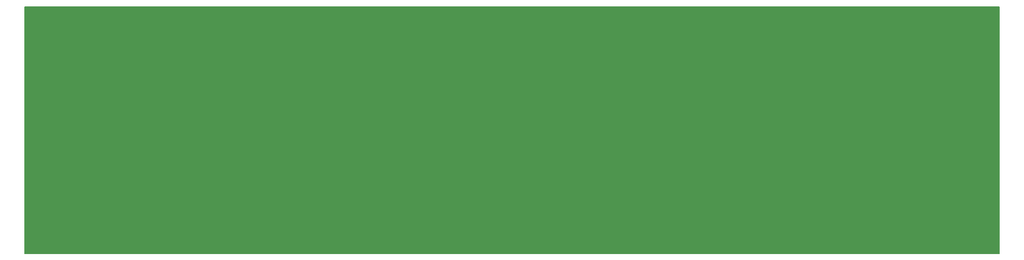
<source format=gts>
G04 #@! TF.GenerationSoftware,KiCad,Pcbnew,6.0.8+dfsg-1~bpo11+1*
G04 #@! TF.CreationDate,2023-06-21T07:25:59-04:00*
G04 #@! TF.ProjectId,08_padded_interleaved_loose,30385f70-6164-4646-9564-5f696e746572,rev?*
G04 #@! TF.SameCoordinates,Original*
G04 #@! TF.FileFunction,Soldermask,Top*
G04 #@! TF.FilePolarity,Negative*
%FSLAX46Y46*%
G04 Gerber Fmt 4.6, Leading zero omitted, Abs format (unit mm)*
G04 Created by KiCad (PCBNEW 6.0.8+dfsg-1~bpo11+1) date 2023-06-21 07:25:59*
%MOMM*%
%LPD*%
G01*
G04 APERTURE LIST*
G04 Aperture macros list*
%AMRoundRect*
0 Rectangle with rounded corners*
0 $1 Rounding radius*
0 $2 $3 $4 $5 $6 $7 $8 $9 X,Y pos of 4 corners*
0 Add a 4 corners polygon primitive as box body*
4,1,4,$2,$3,$4,$5,$6,$7,$8,$9,$2,$3,0*
0 Add four circle primitives for the rounded corners*
1,1,$1+$1,$2,$3*
1,1,$1+$1,$4,$5*
1,1,$1+$1,$6,$7*
1,1,$1+$1,$8,$9*
0 Add four rect primitives between the rounded corners*
20,1,$1+$1,$2,$3,$4,$5,0*
20,1,$1+$1,$4,$5,$6,$7,0*
20,1,$1+$1,$6,$7,$8,$9,0*
20,1,$1+$1,$8,$9,$2,$3,0*%
G04 Aperture macros list end*
%ADD10C,0.150000*%
%ADD11RoundRect,2.500000X-2.500000X-2.500000X2.500000X-2.500000X2.500000X2.500000X-2.500000X2.500000X0*%
G04 APERTURE END LIST*
D10*
X62500000Y-55300000D02*
X255800000Y-55300000D01*
X255800000Y-55300000D02*
X255800000Y-104400000D01*
X255800000Y-104400000D02*
X62500000Y-104400000D01*
X62500000Y-104400000D02*
X62500000Y-55300000D01*
G36*
X62500000Y-55300000D02*
G01*
X255800000Y-55300000D01*
X255800000Y-104400000D01*
X62500000Y-104400000D01*
X62500000Y-55300000D01*
G37*
D11*
X68800000Y-61500000D03*
X80800000Y-61500000D03*
X92800000Y-61500000D03*
X104800000Y-61500000D03*
X116800000Y-61500000D03*
X128800000Y-61500000D03*
X140800000Y-61500000D03*
X152800000Y-61500000D03*
X68800000Y-73500000D03*
X80800000Y-73500000D03*
X92800000Y-73500000D03*
X104800000Y-73500000D03*
X116800000Y-73500000D03*
X128800000Y-73500000D03*
X140800000Y-73500000D03*
X152800000Y-73500000D03*
X68800000Y-85500000D03*
X80800000Y-85500000D03*
X92800000Y-85500000D03*
X104800000Y-85500000D03*
X116800000Y-85500000D03*
X128800000Y-85500000D03*
X140800000Y-85500000D03*
X152800000Y-85500000D03*
X68800000Y-97500000D03*
X80800000Y-97500000D03*
X92800000Y-97500000D03*
X104800000Y-97500000D03*
X116800000Y-97500000D03*
X128800000Y-97500000D03*
X140800000Y-97500000D03*
X152800000Y-97500000D03*
X164800000Y-61500000D03*
X176800000Y-61500000D03*
X188800000Y-61500000D03*
X200800000Y-61500000D03*
X212800000Y-61500000D03*
X224800000Y-61500000D03*
X236800000Y-61500000D03*
X248800000Y-61500000D03*
X164800000Y-73500000D03*
X176800000Y-73500000D03*
X188800000Y-73500000D03*
X200800000Y-73500000D03*
X212800000Y-73500000D03*
X224800000Y-73500000D03*
X236800000Y-73500000D03*
X248800000Y-73500000D03*
X164800000Y-85500000D03*
X176800000Y-85500000D03*
X188800000Y-85500000D03*
X200800000Y-85500000D03*
X212800000Y-85500000D03*
X224800000Y-85500000D03*
X236800000Y-85500000D03*
X248800000Y-85500000D03*
X164800000Y-97500000D03*
X176800000Y-97500000D03*
X188800000Y-97500000D03*
X200800000Y-97500000D03*
X212800000Y-97500000D03*
X224800000Y-97500000D03*
X236800000Y-97500000D03*
X248800000Y-97500000D03*
M02*

</source>
